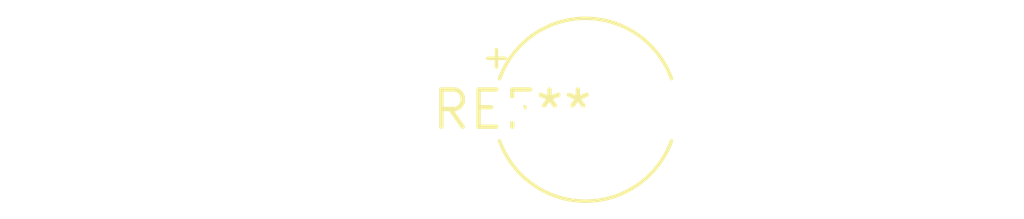
<source format=kicad_pcb>
(kicad_pcb (version 20240108) (generator pcbnew)
  (layers (0 "F.Cu" signal) (31 "B.Cu" signal) (34 "B.Paste" user) (35 "F.Paste" user) (36 "B.SilkS" user "B.Silkscreen") (37 "F.SilkS" user "F.Silkscreen") (38 "B.Mask" user) (39 "F.Mask" user) (44 "Edge.Cuts" user))
  (net 0 "")
  (footprint "CP_Radial_Tantal_D6.0mm_P5.00mm" (layer "F.Cu") (at 0 0)
    (property "Reference" "REF**")
    (property "Value" "CP_Radial_Tantal_D6.0mm_P5.00mm")
    (fp_line (start -0.839749 -1.755) (end -0.239749 -1.755) (layer "F.SilkS") (stroke (width 0.12)))
    (fp_line (start -0.539749 -2.055) (end -0.539749 -1.455) (layer "F.SilkS") (stroke (width 0.12)))
    (fp_arc (start -0.434416 -1.06) (mid 2.5 -3.12) (end 5.434416 -1.06) (layer "F.SilkS") (stroke (width 0.12)))
    (fp_arc (start 5.434416 1.06) (mid 2.5 3.12) (end -0.434416 1.06) (layer "F.SilkS") (stroke (width 0.12)))
    (pad "1" thru_hole rect (at 0 0) (size 1.6 1.6) (drill 0.8) (layers *.Cu *.Mask) (remove_unused_layers))
    (pad "2" thru_hole circle (at 5 0) (size 1.6 1.6) (drill 0.8) (layers *.Cu *.Mask) (remove_unused_layers))
  )
)
</source>
